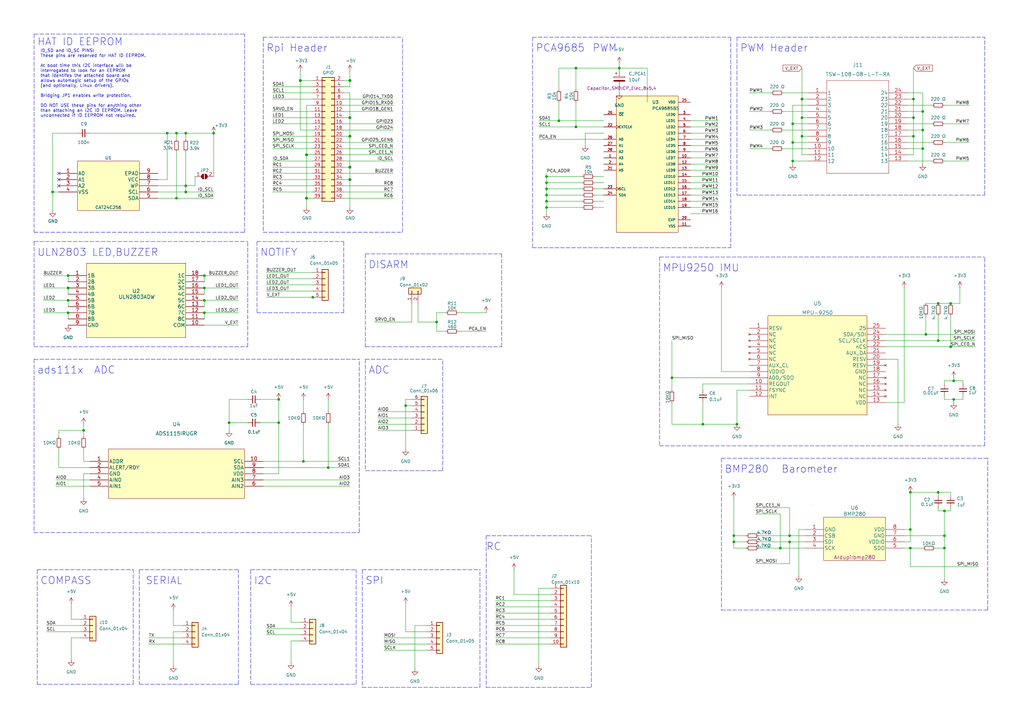
<source format=kicad_sch>
(kicad_sch (version 20211123) (generator eeschema)
  (paper "A3")
  (title_block (date "15 nov 2012"))
  (junction (at 325.12 66.04))
  (junction (at 114.3 173.355))
  (junction (at 87.63 54.61))
  (junction (at 300.99 222.25))
  (junction (at 389.89 124.46))
  (junction (at 325.12 50.8))
  (junction (at 143.51 33.02) (diameter 1.016))
  (junction (at 373.38 217.17))
  (junction (at 27.94 113.03))
  (junction (at 143.51 48.26) (diameter 1.016))
  (junction (at 328.93 48.26))
  (junction (at 391.16 163.83))
  (junction (at 374.65 55.88))
  (junction (at 83.82 128.27))
  (junction (at 323.85 222.25))
  (junction (at 384.81 124.46))
  (junction (at 328.93 40.64))
  (junction (at 134.62 191.77))
  (junction (at 389.89 142.24))
  (junction (at 275.59 154.94))
  (junction (at 236.22 52.07))
  (junction (at 34.29 176.53))
  (junction (at 224.155 74.93))
  (junction (at 114.3 163.83))
  (junction (at 166.37 166.37))
  (junction (at 224.155 85.09))
  (junction (at 72.39 81.28))
  (junction (at 374.65 48.26))
  (junction (at 325.12 58.42))
  (junction (at 125.73 81.28) (diameter 1.016))
  (junction (at 128.27 121.92))
  (junction (at 76.2 54.61))
  (junction (at 83.82 118.11))
  (junction (at 21.59 78.74))
  (junction (at 68.58 54.61))
  (junction (at 125.73 63.5) (diameter 1.016))
  (junction (at 254 27.94))
  (junction (at 224.155 72.39))
  (junction (at 224.155 80.01))
  (junction (at 387.35 219.71))
  (junction (at 72.39 54.61))
  (junction (at 302.26 173.99))
  (junction (at 143.51 73.66) (diameter 1.016))
  (junction (at 288.29 173.99))
  (junction (at 179.07 132.08))
  (junction (at 328.93 55.88))
  (junction (at 384.81 201.93))
  (junction (at 320.04 224.79))
  (junction (at 27.94 118.11))
  (junction (at 229.235 49.53))
  (junction (at 391.16 156.21))
  (junction (at 378.46 60.96))
  (junction (at 378.46 53.34))
  (junction (at 93.98 173.355))
  (junction (at 76.2 78.74))
  (junction (at 27.94 128.27))
  (junction (at 83.82 123.19))
  (junction (at 143.51 68.58) (diameter 1.016))
  (junction (at 378.46 45.72))
  (junction (at 374.65 40.64))
  (junction (at 143.51 55.88) (diameter 1.016))
  (junction (at 236.22 27.94))
  (junction (at 384.81 139.7))
  (junction (at 373.38 224.79))
  (junction (at 27.94 123.19))
  (junction (at 83.82 113.03))
  (junction (at 387.35 224.79))
  (junction (at 373.38 201.93))
  (junction (at 323.85 219.71))
  (junction (at 387.35 209.55))
  (junction (at 379.73 137.16))
  (junction (at 124.46 189.23))
  (junction (at 300.99 219.71))
  (junction (at 224.155 77.47))
  (junction (at 224.155 82.55))
  (junction (at 123.19 33.02) (diameter 1.016))
  (junction (at 76.2 76.2))
  (no_connect (at 24.13 71.12))
  (no_connect (at 24.13 73.66))
  (no_connect (at 24.13 76.2))
  (wire (pts (xy 384.81 201.93) (xy 389.89 201.93)))
  (wire (pts (xy 107.95 189.23) (xy 124.46 189.23)))
  (polyline (pts (xy 148.59 233.68) (xy 196.85 233.68)))
  (wire (pts (xy 125.73 63.5) (xy 125.73 81.28)))
  (wire (pts (xy 72.39 62.23) (xy 72.39 81.28)))
  (wire (pts (xy 60.96 261.62) (xy 74.93 261.62)))
  (wire (pts (xy 140.97 63.5) (xy 161.29 63.5)))
  (wire (pts (xy 378.46 60.96) (xy 378.46 67.31)))
  (wire (pts (xy 283.21 69.85) (xy 294.64 69.85)))
  (wire (pts (xy 179.07 132.08) (xy 179.07 128.27)))
  (wire (pts (xy 128.27 45.72) (xy 111.76 45.72)))
  (wire (pts (xy 140.97 78.74) (xy 161.29 78.74)))
  (wire (pts (xy 203.2 261.62) (xy 226.06 261.62)))
  (wire (pts (xy 254 26.035) (xy 254 27.94)))
  (wire (pts (xy 387.35 163.83) (xy 391.16 163.83)))
  (wire (pts (xy 374.65 55.88) (xy 374.65 63.5)))
  (wire (pts (xy 391.16 154.94) (xy 391.16 156.21)))
  (wire (pts (xy 220.98 52.07) (xy 236.22 52.07)))
  (wire (pts (xy 368.3 147.32) (xy 368.3 173.99)))
  (wire (pts (xy 168.91 176.53) (xy 154.94 176.53)))
  (wire (pts (xy 391.16 165.1) (xy 391.16 163.83)))
  (wire (pts (xy 243.84 80.01) (xy 247.65 80.01)))
  (wire (pts (xy 143.51 38.1) (xy 143.51 48.26)))
  (wire (pts (xy 143.51 55.88) (xy 140.97 55.88)))
  (wire (pts (xy 17.78 123.19) (xy 27.94 123.19)))
  (wire (pts (xy 76.2 54.61) (xy 87.63 54.61)))
  (wire (pts (xy 83.82 130.81) (xy 83.82 128.27)))
  (wire (pts (xy 321.31 45.72) (xy 331.47 45.72)))
  (polyline (pts (xy 199.39 219.71) (xy 199.39 281.94)))
  (wire (pts (xy 29.21 261.62) (xy 33.02 261.62)))
  (wire (pts (xy 389.89 203.2) (xy 389.89 201.93)))
  (wire (pts (xy 24.13 78.74) (xy 21.59 78.74)))
  (wire (pts (xy 283.21 52.07) (xy 294.64 52.07)))
  (wire (pts (xy 243.84 72.39) (xy 247.65 72.39)))
  (wire (pts (xy 325.12 66.04) (xy 331.47 66.04)))
  (wire (pts (xy 143.51 68.58) (xy 143.51 73.66)))
  (polyline (pts (xy 270.51 105.41) (xy 270.51 182.88)))
  (wire (pts (xy 379.73 129.54) (xy 379.73 137.16)))
  (wire (pts (xy 378.46 38.1) (xy 378.46 45.72)))
  (wire (pts (xy 236.22 41.91) (xy 236.22 52.07)))
  (wire (pts (xy 109.22 119.38) (xy 128.27 119.38)))
  (wire (pts (xy 24.13 176.53) (xy 34.29 176.53)))
  (wire (pts (xy 72.39 54.61) (xy 72.39 57.15)))
  (wire (pts (xy 229.235 36.83) (xy 229.235 27.94)))
  (wire (pts (xy 320.04 224.79) (xy 320.04 210.82)))
  (wire (pts (xy 34.29 173.99) (xy 34.29 176.53)))
  (wire (pts (xy 166.37 247.65) (xy 166.37 259.08)))
  (wire (pts (xy 325.12 58.42) (xy 325.12 66.04)))
  (wire (pts (xy 254 27.94) (xy 254 28.575)))
  (wire (pts (xy 236.22 52.07) (xy 247.65 52.07)))
  (wire (pts (xy 323.85 222.25) (xy 323.85 231.14)))
  (polyline (pts (xy 107.95 15.24) (xy 107.95 95.25)))
  (wire (pts (xy 224.155 82.55) (xy 238.76 82.55)))
  (wire (pts (xy 309.88 210.82) (xy 320.04 210.82)))
  (wire (pts (xy 397.51 43.18) (xy 387.35 43.18)))
  (wire (pts (xy 203.2 264.16) (xy 226.06 264.16)))
  (wire (pts (xy 33.02 254) (xy 29.21 254)))
  (wire (pts (xy 72.39 81.28) (xy 87.63 81.28)))
  (wire (pts (xy 83.82 113.03) (xy 97.79 113.03)))
  (wire (pts (xy 34.29 194.31) (xy 34.29 204.47)))
  (wire (pts (xy 24.13 191.77) (xy 24.13 184.15)))
  (polyline (pts (xy 101.6 142.24) (xy 101.6 99.06)))
  (wire (pts (xy 107.95 194.31) (xy 114.3 194.31)))
  (wire (pts (xy 19.05 256.54) (xy 33.02 256.54)))
  (wire (pts (xy 307.34 160.02) (xy 302.26 160.02)))
  (wire (pts (xy 34.29 194.31) (xy 36.83 194.31)))
  (wire (pts (xy 157.48 266.7) (xy 175.26 266.7)))
  (wire (pts (xy 19.05 259.08) (xy 33.02 259.08)))
  (wire (pts (xy 283.21 72.39) (xy 294.64 72.39)))
  (wire (pts (xy 143.51 55.88) (xy 143.51 68.58)))
  (wire (pts (xy 203.2 259.08) (xy 226.06 259.08)))
  (wire (pts (xy 27.94 115.57) (xy 27.94 113.03)))
  (wire (pts (xy 397.5203 58.42) (xy 387.35 58.42)))
  (wire (pts (xy 22.86 199.39) (xy 36.83 199.39)))
  (wire (pts (xy 309.88 231.14) (xy 323.85 231.14)))
  (wire (pts (xy 265.43 27.94) (xy 265.43 41.91)))
  (polyline (pts (xy 105.41 99.06) (xy 140.97 99.06)))
  (wire (pts (xy 140.97 40.64) (xy 161.29 40.64)))
  (wire (pts (xy 171.45 132.08) (xy 179.07 132.08)))
  (wire (pts (xy 384.81 208.28) (xy 384.81 209.55)))
  (polyline (pts (xy 107.95 95.25) (xy 165.1 95.25)))
  (polyline (pts (xy 149.86 104.14) (xy 149.86 142.24)))
  (wire (pts (xy 125.73 43.18) (xy 125.73 63.5)))
  (polyline (pts (xy 57.15 280.67) (xy 97.79 280.67)))
  (polyline (pts (xy 295.91 187.96) (xy 295.91 250.19)))
  (wire (pts (xy 203.2 248.92) (xy 226.06 248.92)))
  (wire (pts (xy 389.89 209.55) (xy 389.89 208.28)))
  (wire (pts (xy 224.155 82.55) (xy 224.155 85.09)))
  (wire (pts (xy 311.15 219.71) (xy 323.85 219.71)))
  (polyline (pts (xy 270.51 105.41) (xy 403.86 105.41)))
  (polyline (pts (xy 54.61 280.67) (xy 54.61 233.68)))
  (wire (pts (xy 179.07 128.27) (xy 182.88 128.27)))
  (wire (pts (xy 307.34 45.72) (xy 316.23 45.72)))
  (wire (pts (xy 72.39 54.61) (xy 76.2 54.61)))
  (wire (pts (xy 387.35 209.55) (xy 387.35 219.71)))
  (wire (pts (xy 119.38 262.89) (xy 123.19 262.89)))
  (wire (pts (xy 382.27 43.18) (xy 372.11 43.18)))
  (wire (pts (xy 125.73 43.18) (xy 128.27 43.18)))
  (wire (pts (xy 370.84 219.71) (xy 387.35 219.71)))
  (wire (pts (xy 168.91 171.45) (xy 154.94 171.45)))
  (wire (pts (xy 124.46 189.23) (xy 143.51 189.23)))
  (wire (pts (xy 140.97 60.96) (xy 161.29 60.96)))
  (wire (pts (xy 83.82 115.57) (xy 83.82 113.03)))
  (wire (pts (xy 187.96 128.27) (xy 199.39 128.27)))
  (wire (pts (xy 243.84 77.47) (xy 247.65 77.47)))
  (polyline (pts (xy 199.39 219.71) (xy 242.57 219.71)))
  (wire (pts (xy 394.97 162.56) (xy 394.97 163.83)))
  (polyline (pts (xy 13.97 95.25) (xy 100.33 95.25)))
  (wire (pts (xy 128.27 66.04) (xy 111.76 66.04)))
  (wire (pts (xy 111.76 68.58) (xy 128.27 68.58)))
  (polyline (pts (xy 295.91 187.96) (xy 405.13 187.96)))
  (wire (pts (xy 83.82 125.73) (xy 83.82 123.19)))
  (wire (pts (xy 382.27 58.42) (xy 372.11 58.42)))
  (wire (pts (xy 370.84 222.25) (xy 373.38 222.25)))
  (wire (pts (xy 140.97 76.2) (xy 161.29 76.2)))
  (wire (pts (xy 309.88 208.28) (xy 323.85 208.28)))
  (wire (pts (xy 372.11 55.88) (xy 374.65 55.88)))
  (wire (pts (xy 283.21 77.47) (xy 294.64 77.47)))
  (wire (pts (xy 187.96 135.89) (xy 199.39 135.89)))
  (wire (pts (xy 275.59 173.99) (xy 288.29 173.99)))
  (polyline (pts (xy 15.24 233.68) (xy 54.61 233.68)))
  (wire (pts (xy 17.78 128.27) (xy 27.94 128.27)))
  (wire (pts (xy 236.22 36.83) (xy 236.22 27.94)))
  (polyline (pts (xy 13.97 13.97) (xy 100.33 13.97)))
  (wire (pts (xy 311.15 222.25) (xy 323.85 222.25)))
  (wire (pts (xy 224.155 77.47) (xy 238.76 77.47)))
  (wire (pts (xy 64.77 78.74) (xy 76.2 78.74)))
  (wire (pts (xy 374.65 40.64) (xy 374.65 48.26)))
  (wire (pts (xy 283.21 64.77) (xy 294.64 64.77)))
  (wire (pts (xy 109.22 116.84) (xy 128.27 116.84)))
  (wire (pts (xy 394.97 163.83) (xy 391.16 163.83)))
  (wire (pts (xy 378.46 45.72) (xy 378.46 53.34)))
  (wire (pts (xy 125.73 63.5) (xy 128.27 63.5)))
  (wire (pts (xy 323.85 208.28) (xy 323.85 219.71)))
  (wire (pts (xy 393.7 118.11) (xy 393.7 124.46)))
  (wire (pts (xy 60.96 264.16) (xy 74.93 264.16)))
  (wire (pts (xy 93.98 173.355) (xy 101.6 173.355)))
  (wire (pts (xy 370.84 217.17) (xy 373.38 217.17)))
  (polyline (pts (xy 149.86 193.04) (xy 181.61 193.04)))
  (wire (pts (xy 379.73 124.46) (xy 384.81 124.46)))
  (wire (pts (xy 170.18 256.54) (xy 170.18 274.32)))
  (wire (pts (xy 140.97 50.8) (xy 161.29 50.8)))
  (wire (pts (xy 17.78 118.11) (xy 27.94 118.11)))
  (wire (pts (xy 76.2 76.2) (xy 76.2 78.74)))
  (wire (pts (xy 325.12 50.8) (xy 325.12 58.42)))
  (wire (pts (xy 21.59 54.61) (xy 21.59 78.74)))
  (wire (pts (xy 288.29 173.99) (xy 302.26 173.99)))
  (wire (pts (xy 224.155 85.09) (xy 238.76 85.09)))
  (wire (pts (xy 203.2 256.54) (xy 226.06 256.54)))
  (wire (pts (xy 64.77 76.2) (xy 76.2 76.2)))
  (wire (pts (xy 71.12 259.08) (xy 71.12 273.05)))
  (polyline (pts (xy 148.59 233.68) (xy 148.59 281.94)))
  (wire (pts (xy 101.6 163.83) (xy 93.98 163.83)))
  (polyline (pts (xy 97.79 280.67) (xy 97.79 233.68)))
  (polyline (pts (xy 100.33 95.25) (xy 100.33 13.97)))
  (polyline (pts (xy 13.97 142.24) (xy 101.6 142.24)))
  (wire (pts (xy 125.73 81.28) (xy 125.73 85.09)))
  (wire (pts (xy 111.76 48.26) (xy 128.27 48.26)))
  (wire (pts (xy 397.5203 50.8) (xy 387.35 50.8)))
  (wire (pts (xy 328.93 48.26) (xy 328.93 55.88)))
  (wire (pts (xy 36.83 54.61) (xy 68.58 54.61)))
  (polyline (pts (xy 57.15 233.68) (xy 57.15 280.67)))
  (polyline (pts (xy 13.97 99.06) (xy 13.97 142.24)))
  (polyline (pts (xy 218.44 15.24) (xy 218.44 101.6)))
  (wire (pts (xy 64.77 73.66) (xy 68.58 73.66)))
  (wire (pts (xy 123.19 29.21) (xy 123.19 33.02)))
  (wire (pts (xy 34.29 189.23) (xy 36.83 189.23)))
  (wire (pts (xy 224.155 74.93) (xy 238.76 74.93)))
  (wire (pts (xy 374.65 48.26) (xy 374.65 55.88)))
  (wire (pts (xy 240.03 54.61) (xy 240.03 59.69)))
  (wire (pts (xy 109.22 111.76) (xy 128.27 111.76)))
  (wire (pts (xy 119.38 248.92) (xy 119.38 255.27)))
  (polyline (pts (xy 140.97 128.27) (xy 140.97 99.06)))
  (wire (pts (xy 283.21 82.55) (xy 294.64 82.55)))
  (wire (pts (xy 295.91 118.11) (xy 295.91 152.4)))
  (polyline (pts (xy 13.97 99.06) (xy 101.6 99.06)))
  (polyline (pts (xy 199.39 281.94) (xy 242.57 281.94)))
  (wire (pts (xy 372.11 40.64) (xy 374.65 40.64)))
  (wire (pts (xy 275.59 139.7) (xy 275.59 154.94)))
  (wire (pts (xy 370.84 165.1) (xy 370.84 118.11)))
  (wire (pts (xy 220.98 49.53) (xy 229.235 49.53)))
  (wire (pts (xy 224.155 71.12) (xy 224.155 72.39)))
  (wire (pts (xy 24.13 176.53) (xy 24.13 179.07)))
  (wire (pts (xy 143.51 73.66) (xy 140.97 73.66)))
  (wire (pts (xy 283.21 74.93) (xy 294.64 74.93)))
  (wire (pts (xy 68.58 54.61) (xy 72.39 54.61)))
  (polyline (pts (xy 302.26 15.24) (xy 403.86 15.24)))
  (wire (pts (xy 373.38 224.79) (xy 373.38 232.41)))
  (wire (pts (xy 134.62 191.77) (xy 134.62 173.99)))
  (wire (pts (xy 114.3 173.355) (xy 114.3 194.31)))
  (wire (pts (xy 111.76 38.1) (xy 128.27 38.1)))
  (wire (pts (xy 384.81 201.93) (xy 384.81 203.2)))
  (wire (pts (xy 325.12 58.42) (xy 331.47 58.42)))
  (wire (pts (xy 283.21 87.63) (xy 294.64 87.63)))
  (wire (pts (xy 74.93 256.54) (xy 71.12 256.54)))
  (wire (pts (xy 302.26 160.02) (xy 302.26 173.99)))
  (wire (pts (xy 243.84 74.93) (xy 247.65 74.93)))
  (wire (pts (xy 111.76 60.96) (xy 128.27 60.96)))
  (polyline (pts (xy 149.86 147.32) (xy 149.86 193.04)))
  (polyline (pts (xy 218.44 101.6) (xy 299.72 101.6)))
  (wire (pts (xy 300.99 204.47) (xy 300.99 219.71)))
  (wire (pts (xy 384.81 129.54) (xy 384.81 139.7)))
  (wire (pts (xy 107.95 199.39) (xy 143.51 199.39)))
  (wire (pts (xy 328.93 27.94) (xy 328.93 40.64)))
  (wire (pts (xy 123.19 53.34) (xy 128.27 53.34)))
  (wire (pts (xy 106.68 173.355) (xy 114.3 173.355)))
  (polyline (pts (xy 403.86 182.88) (xy 403.86 105.41)))
  (wire (pts (xy 391.16 156.21) (xy 394.97 156.21)))
  (wire (pts (xy 74.93 259.08) (xy 71.12 259.08)))
  (wire (pts (xy 80.01 76.2) (xy 80.01 72.39)))
  (wire (pts (xy 325.12 50.8) (xy 331.47 50.8)))
  (wire (pts (xy 128.27 35.56) (xy 111.76 35.56)))
  (wire (pts (xy 93.98 173.355) (xy 93.98 176.53)))
  (wire (pts (xy 168.91 173.99) (xy 154.94 173.99)))
  (wire (pts (xy 224.155 77.47) (xy 224.155 80.01)))
  (wire (pts (xy 363.22 142.24) (xy 389.89 142.24)))
  (wire (pts (xy 373.38 201.93) (xy 373.38 217.17)))
  (wire (pts (xy 210.82 233.68) (xy 210.82 243.84)))
  (wire (pts (xy 372.11 38.1) (xy 378.46 38.1)))
  (wire (pts (xy 109.22 260.35) (xy 123.19 260.35)))
  (wire (pts (xy 306.07 222.25) (xy 300.99 222.25)))
  (wire (pts (xy 143.51 33.02) (xy 143.51 35.56)))
  (polyline (pts (xy 403.86 80.01) (xy 403.86 15.24)))
  (polyline (pts (xy 295.91 250.19) (xy 405.13 250.19)))
  (wire (pts (xy 143.51 48.26) (xy 143.51 55.88)))
  (wire (pts (xy 229.235 41.91) (xy 229.235 49.53)))
  (wire (pts (xy 140.97 45.72) (xy 161.29 45.72)))
  (polyline (pts (xy 148.59 281.94) (xy 196.85 281.94)))
  (wire (pts (xy 143.51 48.26) (xy 140.97 48.26)))
  (wire (pts (xy 68.58 54.61) (xy 68.58 73.66)))
  (wire (pts (xy 327.66 217.17) (xy 327.66 236.22)))
  (wire (pts (xy 179.07 132.08) (xy 179.07 135.89)))
  (wire (pts (xy 224.155 85.09) (xy 224.155 87.63)))
  (polyline (pts (xy 181.61 193.04) (xy 181.61 147.32)))
  (wire (pts (xy 124.46 163.83) (xy 124.46 168.91)))
  (wire (pts (xy 143.51 29.21) (xy 143.51 33.02)))
  (wire (pts (xy 283.21 49.53) (xy 294.64 49.53)))
  (wire (pts (xy 34.29 176.53) (xy 34.29 179.07)))
  (wire (pts (xy 128.27 121.92) (xy 128.3992 121.92)))
  (wire (pts (xy 111.76 40.64) (xy 128.27 40.64)))
  (polyline (pts (xy 149.86 147.32) (xy 181.61 147.32)))
  (wire (pts (xy 143.51 33.02) (xy 140.97 33.02)))
  (wire (pts (xy 27.94 120.65) (xy 27.94 118.11)))
  (wire (pts (xy 123.19 33.02) (xy 123.19 53.34)))
  (wire (pts (xy 168.91 166.37) (xy 166.37 166.37)))
  (wire (pts (xy 140.97 53.34) (xy 161.29 53.34)))
  (wire (pts (xy 140.97 43.18) (xy 161.29 43.18)))
  (wire (pts (xy 288.29 165.1) (xy 288.29 173.99)))
  (wire (pts (xy 283.21 85.09) (xy 294.64 85.09)))
  (wire (pts (xy 370.84 224.79) (xy 373.38 224.79)))
  (wire (pts (xy 254 27.94) (xy 265.43 27.94)))
  (wire (pts (xy 387.35 224.79) (xy 387.35 237.49)))
  (wire (pts (xy 107.95 191.77) (xy 134.62 191.77)))
  (wire (pts (xy 331.47 40.64) (xy 328.93 40.64)))
  (wire (pts (xy 283.21 57.15) (xy 294.64 57.15)))
  (wire (pts (xy 109.3492 121.92) (xy 128.27 121.92)))
  (wire (pts (xy 307.34 53.34) (xy 316.23 53.34)))
  (wire (pts (xy 320.04 224.79) (xy 330.2 224.79)))
  (wire (pts (xy 175.26 256.54) (xy 170.18 256.54)))
  (wire (pts (xy 389.89 129.54) (xy 389.89 142.24)))
  (wire (pts (xy 168.91 168.91) (xy 154.94 168.91)))
  (wire (pts (xy 384.81 139.7) (xy 400.05 139.7)))
  (polyline (pts (xy 302.26 15.24) (xy 302.26 80.01)))
  (polyline (pts (xy 15.24 233.68) (xy 15.24 280.67)))
  (wire (pts (xy 111.76 50.8) (xy 128.27 50.8)))
  (wire (pts (xy 275.59 165.1) (xy 275.59 173.99)))
  (wire (pts (xy 382.27 50.8) (xy 372.11 50.8)))
  (wire (pts (xy 111.76 58.42) (xy 128.27 58.42)))
  (wire (pts (xy 224.155 72.39) (xy 238.76 72.39)))
  (wire (pts (xy 389.89 142.24) (xy 400.05 142.24)))
  (wire (pts (xy 387.35 219.71) (xy 387.35 224.79)))
  (wire (pts (xy 76.2 62.23) (xy 76.2 76.2)))
  (polyline (pts (xy 147.32 218.44) (xy 147.32 147.32)))
  (wire (pts (xy 374.65 27.94) (xy 374.65 40.64)))
  (wire (pts (xy 328.93 40.64) (xy 328.93 48.26)))
  (wire (pts (xy 325.12 67.31) (xy 325.12 66.04)))
  (polyline (pts (xy 149.86 104.14) (xy 205.74 104.14)))
  (wire (pts (xy 243.84 82.55) (xy 247.65 82.55)))
  (polyline (pts (xy 105.41 99.06) (xy 105.41 128.27)))
  (wire (pts (xy 300.99 219.71) (xy 306.07 219.71)))
  (wire (pts (xy 236.22 27.94) (xy 254 27.94)))
  (wire (pts (xy 140.97 58.42) (xy 161.29 58.42)))
  (wire (pts (xy 21.59 78.74) (xy 21.59 86.36)))
  (wire (pts (xy 22.86 196.85) (xy 36.83 196.85)))
  (wire (pts (xy 109.22 114.3) (xy 128.27 114.3)))
  (wire (pts (xy 140.97 81.28) (xy 161.29 81.28)))
  (wire (pts (xy 106.68 163.83) (xy 114.3 163.83)))
  (wire (pts (xy 328.93 63.5) (xy 331.47 63.5)))
  (wire (pts (xy 111.76 71.12) (xy 128.27 71.12)))
  (wire (pts (xy 275.59 154.94) (xy 307.34 154.94)))
  (wire (pts (xy 134.62 163.83) (xy 134.62 168.91)))
  (wire (pts (xy 27.94 130.81) (xy 27.94 128.27)))
  (wire (pts (xy 64.77 81.28) (xy 72.39 81.28)))
  (wire (pts (xy 143.51 35.56) (xy 140.97 35.56)))
  (wire (pts (xy 203.2 246.38) (xy 226.06 246.38)))
  (polyline (pts (xy 105.41 128.27) (xy 140.97 128.27)))
  (wire (pts (xy 328.93 48.26) (xy 331.47 48.26)))
  (wire (pts (xy 157.48 261.62) (xy 175.26 261.62)))
  (polyline (pts (xy 242.57 281.94) (xy 242.57 219.71)))
  (wire (pts (xy 328.93 55.88) (xy 328.93 63.5)))
  (wire (pts (xy 321.31 38.1) (xy 331.47 38.1)))
  (polyline (pts (xy 146.05 280.67) (xy 146.05 233.68)))
  (wire (pts (xy 394.97 156.21) (xy 394.97 157.48)))
  (wire (pts (xy 203.2 251.46) (xy 226.06 251.46)))
  (wire (pts (xy 387.35 209.55) (xy 389.89 209.55)))
  (wire (pts (xy 325.12 43.18) (xy 325.12 50.8)))
  (wire (pts (xy 93.98 163.83) (xy 93.98 173.355)))
  (polyline (pts (xy 102.87 280.67) (xy 146.05 280.67)))
  (wire (pts (xy 363.22 137.16) (xy 379.73 137.16)))
  (wire (pts (xy 111.76 76.2) (xy 128.27 76.2)))
  (wire (pts (xy 372.11 60.96) (xy 378.46 60.96)))
  (wire (pts (xy 224.155 80.01) (xy 238.76 80.01)))
  (wire (pts (xy 24.13 191.77) (xy 36.83 191.77)))
  (polyline (pts (xy 196.85 281.94) (xy 196.85 233.68)))
  (wire (pts (xy 379.73 137.16) (xy 400.05 137.16)))
  (wire (pts (xy 87.63 54.61) (xy 87.63 72.39)))
  (wire (pts (xy 321.31 60.96) (xy 331.47 60.96)))
  (wire (pts (xy 134.62 191.77) (xy 143.51 191.77)))
  (wire (pts (xy 140.97 71.12) (xy 161.29 71.12)))
  (wire (pts (xy 203.2 254) (xy 226.06 254)))
  (wire (pts (xy 83.82 118.11) (xy 97.79 118.11)))
  (wire (pts (xy 226.06 243.84) (xy 210.82 243.84)))
  (wire (pts (xy 229.235 49.53) (xy 247.65 49.53)))
  (wire (pts (xy 372.11 48.26) (xy 374.65 48.26)))
  (wire (pts (xy 168.91 163.83) (xy 166.37 163.83)))
  (wire (pts (xy 125.73 81.28) (xy 128.27 81.28)))
  (wire (pts (xy 109.22 257.81) (xy 123.19 257.81)))
  (polyline (pts (xy 107.95 15.24) (xy 165.1 15.24)))
  (wire (pts (xy 323.85 222.25) (xy 330.2 222.25)))
  (wire (pts (xy 124.46 189.23) (xy 124.46 173.99)))
  (polyline (pts (xy 405.13 250.19) (xy 405.13 187.96)))
  (polyline (pts (xy 15.24 280.67) (xy 54.61 280.67)))
  (wire (pts (xy 157.48 264.16) (xy 175.26 264.16)))
  (wire (pts (xy 387.35 162.56) (xy 387.35 163.83)))
  (wire (pts (xy 27.94 125.73) (xy 27.94 123.19)))
  (wire (pts (xy 83.82 133.35) (xy 97.79 133.35)))
  (wire (pts (xy 307.34 60.96) (xy 316.23 60.96)))
  (wire (pts (xy 76.2 54.61) (xy 76.2 57.15)))
  (wire (pts (xy 387.35 157.48) (xy 387.35 156.21)))
  (polyline (pts (xy 218.44 15.24) (xy 299.72 15.24)))
  (polyline (pts (xy 102.87 233.68) (xy 146.05 233.68)))
  (wire (pts (xy 143.51 38.1) (xy 140.97 38.1)))
  (polyline (pts (xy 165.1 95.25) (xy 165.1 15.24)))
  (wire (pts (xy 384.81 209.55) (xy 387.35 209.55)))
  (wire (pts (xy 283.21 59.69) (xy 294.64 59.69)))
  (polyline (pts (xy 302.26 80.01) (xy 403.86 80.01)))
  (wire (pts (xy 29.21 261.62) (xy 29.21 270.51)))
  (wire (pts (xy 111.76 78.74) (xy 128.27 78.74)))
  (wire (pts (xy 283.21 54.61) (xy 294.64 54.61)))
  (wire (pts (xy 300.99 224.79) (xy 300.99 222.25)))
  (wire (pts (xy 330.2 217.17) (xy 327.66 217.17)))
  (wire (pts (xy 166.37 166.37) (xy 166.37 184.15)))
  (wire (pts (xy 153.67 132.08) (xy 168.91 132.08)))
  (wire (pts (xy 373.38 201.93) (xy 384.81 201.93)))
  (wire (pts (xy 220.98 57.15) (xy 247.65 57.15)))
  (polyline (pts (xy 13.97 218.44) (xy 147.32 218.44)))
  (wire (pts (xy 363.22 147.32) (xy 368.3 147.32)))
  (wire (pts (xy 224.155 74.93) (xy 224.155 77.47)))
  (wire (pts (xy 372.11 45.72) (xy 378.46 45.72)))
  (wire (pts (xy 254 36.195) (xy 254 38.1)))
  (wire (pts (xy 224.155 80.01) (xy 224.155 82.55)))
  (wire (pts (xy 83.82 128.27) (xy 97.79 128.27)))
  (wire (pts (xy 328.93 55.88) (xy 331.47 55.88)))
  (wire (pts (xy 373.38 224.79) (xy 378.46 224.79)))
  (wire (pts (xy 331.47 43.18) (xy 325.12 43.18)))
  (wire (pts (xy 29.21 247.65) (xy 29.21 254)))
  (wire (pts (xy 220.98 241.3) (xy 220.98 273.05)))
  (wire (pts (xy 247.65 54.61) (xy 240.03 54.61)))
  (wire (pts (xy 114.3 163.83) (xy 114.3 173.355)))
  (wire (pts (xy 387.35 156.21) (xy 391.16 156.21)))
  (wire (pts (xy 83.82 123.19) (xy 97.79 123.19)))
  (wire (pts (xy 307.34 38.1) (xy 316.23 38.1)))
  (polyline (pts (xy 57.15 233.68) (xy 97.79 233.68)))
  (polyline (pts (xy 270.51 182.88) (xy 403.86 182.88)))
  (wire (pts (xy 363.22 139.7) (xy 384.81 139.7)))
  (wire (pts (xy 123.19 255.27) (xy 119.38 255.27)))
  (polyline (pts (xy 13.97 13.97) (xy 13.97 95.25)))
  (polyline (pts (xy 149.86 142.24) (xy 205.74 142.24)))
  (wire (pts (xy 384.81 124.46) (xy 389.89 124.46)))
  (wire (pts (xy 321.31 53.34) (xy 331.47 53.34)))
  (wire (pts (xy 179.07 135.89) (xy 182.88 135.89)))
  (wire (pts (xy 307.34 152.4) (xy 295.91 152.4)))
  (wire (pts (xy 363.22 165.1) (xy 370.84 165.1)))
  (wire (pts (xy 397.5203 66.04) (xy 387.35 66.04)))
  (wire (pts (xy 17.78 113.03) (xy 27.94 113.03)))
  (wire (pts (xy 175.26 259.08) (xy 166.37 259.08)))
  (wire (pts (xy 143.51 73.66) (xy 143.51 85.09)))
  (wire (pts (xy 383.54 224.79) (xy 387.35 224.79)))
  (wire (pts (xy 128.27 73.66) (xy 111.76 73.66)))
  (polyline (pts (xy 13.97 147.32) (xy 13.97 218.44)))
  (polyline (pts (xy 299.72 101.6) (xy 299.72 15.24)))
  (wire (pts (xy 31.75 54.61) (xy 21.59 54.61)))
  (wire (pts (xy 76.2 76.2) (xy 80.01 76.2)))
  (wire (pts (xy 323.85 219.71) (xy 330.2 219.71)))
  (wire (pts (xy 393.7 124.46) (xy 389.89 124.46)))
  (wire (pts (xy 275.59 154.94) (xy 275.59 160.02)))
  (wire (pts (xy 306.07 224.79) (xy 300.99 224.79)))
  (polyline (pts (xy 205.74 142.24) (xy 205.74 104.14)))
  (wire (pts (xy 229.235 27.94) (xy 236.22 27.94)))
  (wire (pts (xy 168.91 124.46) (xy 168.91 132.08)))
  (wire (pts (xy 34.29 184.15) (xy 34.29 189.23)))
  (wire (pts (xy 119.38 262.89) (xy 119.38 271.78)))
  (wire (pts (xy 143.51 68.58) (xy 140.97 68.58)))
  (wire (pts (xy 224.155 72.39) (xy 224.155 74.93)))
  (wire (pts (xy 283.21 62.23) (xy 294.64 62.23)))
  (wire (pts (xy 83.82 120.65) (xy 83.82 118.11)))
  (wire (pts (xy 311.15 224.79) (xy 320.04 224.79)))
  (wire (pts (xy 288.29 157.48) (xy 288.29 160.02)))
  (wire (pts (xy 123.19 33.02) (xy 128.27 33.02)))
  (wire (pts (xy 300.99 222.25) (xy 300.99 219.71)))
  (wire (pts (xy 372.11 63.5) (xy 374.65 63.5)))
  (wire (pts (xy 283.21 80.01) (xy 294.64 80.01)))
  (wire (pts (xy 71.12 250.19) (xy 71.12 256.54)))
  (polyline (pts (xy 102.87 233.68) (xy 102.87 280.67)))
  (wire (pts (xy 76.2 78.74) (xy 87.63 78.74)))
  (wire (pts (xy 107.95 196.85) (xy 143.51 196.85)))
  (wire (pts (xy 307.34 157.48) (xy 288.29 157.48)))
  (wire (pts (xy 171.45 124.46) (xy 171.45 132.08)))
  (wire (pts (xy 283.21 67.31) (xy 294.64 67.31)))
  (wire (pts (xy 372.11 66.04) (xy 382.27 66.04)))
  (polyline (pts (xy 13.97 147.32) (xy 147.32 147.32)))
  (wire (pts (xy 378.46 53.34) (xy 378.46 60.96)))
  (wire (pts (xy 373.38 232.41) (xy 401.32 232.41)))
  (wire (pts (xy 372.11 53.34) (xy 378.46 53.34)))
  (wire (pts (xy 226.06 241.3) (xy 220.98 241.3)))
  (wire (pts (xy 373.38 217.17) (xy 373.38 222.25)))
  (wire (pts (xy 128.27 55.88) (xy 111.76 55.88)))
  (wire (pts (xy 140.97 66.04) (xy 161.29 66.04)))
  (wire (pts (xy 243.84 85.09) (xy 247.65 85.09)))
  (wire (pts (xy 166.37 166.37) (xy 166.37 163.83)))
  (image (at 49.53 -36.83))
  (text "BMP280	Barometer" (at 297.18 194.31 0) (effects (font (size 3 3)) (justify left bottom)))
  (text "PWM Header" (at 303.53 21.59 0) (effects (font (size 3 3)) (justify left bottom)))
  (text "MPU9250	IMU" (at 271.78 111.76 0) (effects (font (size 3 3)) (justify left bottom)))
  (text "SERIAL\n" (at 59.69 240.03 0) (effects (font (size 3 3)) (justify left bottom)))
  (text "ADC" (at 151.13 153.67 0) (effects (font (size 3 3)) (justify left bottom)))
  (text "ads111x	ADC" (at 15.24 153.67 0) (effects (font (size 3 3)) (justify left bottom)))
  (text "SPI\n" (at 149.86 240.03 0) (effects (font (size 3 3)) (justify left bottom)))
  (text "COMPASS\n" (at 16.51 240.03 0) (effects (font (size 3 3)) (justify left bottom)))
  (text "RC" (at 199.39 226.06 0) (effects (font (size 3 3)) (justify left bottom)))
  (text "ID_SD and ID_SC PINS:\nThese pins are reserved for HAT ID EEPROM.\n\nAt boot time this I2C interface will be\ninterrogated to look for an EEPROM\nthat identifes the attached board and\nallows automagic setup of the GPIOs\n(and optionally, Linux drivers).\n\nBridging JP1 enables write protection.\n\nDO NOT USE these pins for anything other\nthan attaching an I2C ID EEPROM. Leave\nunconnected if ID EEPROM not required." (at 16.51 48.26 0) (effects (font (size 1.27 1.27)) (justify left bottom)))
  (text "Rpi Header" (at 109.22 21.59 0) (effects (font (size 3 3)) (justify left bottom)))
  (text "ULN2803 LED,BUZZER" (at 15.24 105.41 0) (effects (font (size 3 3)) (justify left bottom)))
  (text "PCA9685	PWM" (at 219.71 21.59 0) (effects (font (size 3 3)) (justify left bottom)))
  (text "DISARM" (at 151.13 110.49 0) (effects (font (size 3 3)) (justify left bottom)))
  (text "NOTIFY" (at 106.68 105.41 0) (effects (font (size 3 3)) (justify left bottom)))
  (text "HAT ID EEPROM\n" (at 15.24 19.05 0) (effects (font (size 3 3)) (justify left bottom)))
  (text "I2C\n" (at 104.14 240.03 0) (effects (font (size 3 3)) (justify left bottom)))
  (label "RC4" (at 203.2 254 0))
  (label "PCA_ADDR" (at 224.155 71.12 0))
  (label "MOSI" (at 157.48 261.62 0))
  (label "PWM4" (at 294.64 57.15 180))
  (label "PWM2" (at 307.34 45.72 0))
  (label "AIO3" (at 143.51 196.85 180))
  (label "SPI_MISO" (at 401.32 232.41 180))
  (label "BUZZER" (at 161.29 71.12 180))
  (label "RC6" (at 203.2 259.08 0))
  (label "SPI_CE1_N" (at 161.29 63.5 180))
  (label "RC1" (at 203.2 246.38 0))
  (label "RC5" (at 111.76 78.74 0))
  (label "ID_SDA" (at 111.76 66.04 0))
  (label "AIO1" (at 154.94 171.45 0))
  (label "LED3_OUT" (at 109.22 119.38 0))
  (label "SPI_SCLK" (at 400.05 139.7 180))
  (label "PWM10" (at 294.64 72.39 180))
  (label "PWM4" (at 307.34 60.96 0))
  (label "BUZZER_OUT" (at 109.22 111.76 0))
  (label "LED1" (at 17.78 118.11 0))
  (label "LED1_OUT" (at 97.79 118.11 180))
  (label "SCLK" (at 157.48 266.7 0))
  (label "LED2_OUT" (at 97.79 123.19 180))
  (label "LED2" (at 111.76 50.8 0))
  (label "GPIO24" (at 161.29 53.34 180))
  (label "SDA1" (at 220.98 49.53 0))
  (label "ID_SCL" (at 87.63 78.74 180))
  (label "RC4" (at 111.76 76.2 0))
  (label "PWM13" (at 294.64 80.01 180))
  (label "AIO0" (at 22.86 196.85 0))
  (label "SCL" (at 19.05 259.08 0))
  (label "PWM11" (at 294.64 74.93 180))
  (label "PWM8" (at 294.64 67.31 180))
  (label "LED2" (at 17.78 123.19 0))
  (label "ID_SCL" (at 161.29 66.04 180))
  (label "RC8" (at 161.29 76.2 180))
  (label "SPI_MOSI" (at 309.88 231.14 0))
  (label "AIO2" (at 143.51 199.39 180))
  (label "SPI_MOSI" (at 400.05 137.16 180))
  (label "PWM5" (at 294.64 59.69 180))
  (label "SCL1" (at 220.98 52.07 0))
  (label "PWM14" (at 294.64 82.55 180))
  (label "TX" (at 60.96 261.62 0))
  (label "SRVO_EN" (at 153.67 132.08 0))
  (label "SPI_CE0_N" (at 400.05 142.24 180))
  (label "RX" (at 60.96 264.16 0))
  (label "RC5" (at 203.2 256.54 0))
  (label "GPIO14_TXD0" (at 161.29 40.64 180))
  (label "ID_SDA" (at 87.63 81.28 180))
  (label "GPIO23" (at 161.29 50.8 180))
  (label "V_EXT" (at 97.79 133.35 180))
  (label "PWM6" (at 294.64 62.23 180))
  (label "MISO" (at 157.48 264.16 0))
  (label "PWM1" (at 294.64 49.53 180))
  (label "RC7" (at 161.29 78.74 180))
  (label "PWM16" (at 294.64 87.63 180))
  (label "SPI_SCLK" (at 111.76 60.96 0))
  (label "SPI_MISO" (at 275.59 139.7 0))
  (label "RC1" (at 111.76 68.58 0))
  (label "SPI_CE1_N" (at 309.88 208.28 0))
  (label "SDA1" (at 111.76 35.56 0))
  (label "AIO2" (at 154.94 173.99 0))
  (label "PCA_EN" (at 199.39 135.89 180))
  (label "AIO0" (at 154.94 168.91 0))
  (label "PWM8" (at 397.51 43.18 180))
  (label "V_EXT" (at 109.3492 121.92 0))
  (label "PWM3" (at 307.34 53.34 0))
  (label "SPI_SCLK" (at 309.88 210.82 0))
  (label "AIO3" (at 154.94 176.53 0))
  (label "LED3_OUT" (at 97.79 128.27 180))
  (label "RC7" (at 203.2 261.62 0))
  (label "BUZZER" (at 17.78 113.03 0))
  (label "SCL1" (at 143.51 189.23 180))
  (label "SDA1" (at 143.51 191.77 180))
  (label "PWM15" (at 294.64 85.09 180))
  (label "AIO1" (at 22.86 199.39 0))
  (label "GPIO15_RXD0" (at 161.29 43.18 180))
  (label "GPIO18_GEN1" (at 161.29 45.72 180))
  (label "RC3" (at 203.2 251.46 0))
  (label "SCL1" (at 111.76 38.1 0))
  (label "PWM12" (at 294.64 77.47 180))
  (label "SDA" (at 109.22 257.81 0))
  (label "SPI_CE0_N" (at 161.29 60.96 180))
  (label "SPI_MISO" (at 111.76 58.42 0))
  (label "PCA_EN" (at 220.98 57.15 0))
  (label "RC3" (at 111.76 73.66 0))
  (label "LED1_OUT" (at 109.22 114.3 0))
  (label "SDA" (at 19.05 256.54 0))
  (label "BUZZER_OUT" (at 97.79 113.03 180))
  (label "RC2" (at 111.76 71.12 0))
  (label "RC8" (at 203.2 264.16 0))
  (label "PWM7" (at 397.5203 50.8 180))
  (label "LED3" (at 17.78 128.27 0))
  (label "SPI_MOSI" (at 111.76 55.88 0))
  (label "LED1" (at 111.76 48.26 0))
  (label "PWM5" (at 397.5203 66.04 180))
  (label "SCL" (at 109.22 260.35 0))
  (label "RC2" (at 203.2 248.92 0))
  (label "PWM7" (at 294.64 64.77 180))
  (label "GPIO25_GEN6" (at 161.29 58.42 180))
  (label "PWM2" (at 294.64 52.07 180))
  (label "PWM9" (at 294.64 69.85 180))
  (label "PWM3" (at 294.64 54.61 180))
  (label "PWM1" (at 307.34 38.1 0))
  (label "LED3" (at 111.76 40.64 0))
  (label "RC6" (at 161.29 81.28 180))
  (label "LED2_OUT" (at 109.22 116.84 0))
  (label "SRVO_EN" (at 111.76 45.72 0))
  (label "PWM6" (at 397.5203 58.42 180))
  (global_label "V_EXT" (shape input) (at 374.65 27.94 0) (property "Intersheet References" "${INTERSHEET_REFS}" (effects hide)))
  (global_label "V_EXT" (shape input) (at 328.93 27.94 180) (property "Intersheet References" "${INTERSHEET_REFS}" (effects hide)))
  (symbol (lib_id "power:+5V") (at 143.51 29.21 0) (unit 1)
    (property "Reference" "#PWR0103" (effects hide))
    (property "Value" "+5V" (at 143.8783 24.8856 0))
  )
  (symbol (lib_id "power:+3.3V") (at 123.19 29.21 0) (unit 1)
    (property "Reference" "#PWR0104" (effects hide))
    (property "Value" "+3.3V" (at 123.5583 24.8856 0))
  )
  (symbol (lib_id "power:GND") (at 143.51 85.09 0) (unit 1)
    (property "Reference" "#PWR0102" (effects hide))
    (property "Value" "GND" (at 143.6243 89.4144 0))
  )
  (symbol (lib_id "power:GND") (at 125.73 85.09 0) (unit 1)
    (property "Reference" "#PWR0101" (effects hide))
    (property "Value" "GND" (at 125.8443 89.4144 0))
  )
  (symbol (lib_id "Connector_Generic:Conn_02x20_Odd_Even") (at 133.35 55.88 0) (unit 1)
    (property "Reference" "J1" (at 134.62 27.5398 0))
    (property "Value" "GPIO" (at 134.62 29.845 0))
    (property "Footprint" "Connector_PinSocket_2.54mm:PinSocket_2x20_P2.54mm_Vertical" (effects hide))
  )
  (symbol (lib_id "Device:R_Small") (at 384.81 66.04 270) (unit 1)
    (property "Reference" "R20" (effects hide))
    (property "Value" "220 Ω" (at 384.81 63.5 90))
    (property "Footprint" "Resistor_SMD:R_0402_1005Metric" (effects hide))
  )
  (symbol (lib_id "power:GND") (at 391.16 165.1 0) (unit 1)
    (property "Reference" "#PWR042" (effects hide))
    (property "Value" "GND" (at 391.16 170.18 0))
  )
  (symbol (lib_id "power:GND") (at 368.3 173.99 0) (unit 1)
    (property "Reference" "#PWR03" (effects hide))
    (property "Value" "GND" (at 368.3 179.07 0))
  )
  (symbol (lib_id "power:+5V") (at 134.62 163.83 0) (unit 1)
    (property "Reference" "#PWR041" (effects hide))
    (property "Value" "+5V" (at 134.62 158.75 0))
  )
  (symbol (lib_id "power:+3.3V") (at 300.99 204.47 0) (unit 1)
    (property "Reference" "#PWR038" (effects hide))
    (property "Value" "+3.3V" (at 300.99 199.39 0))
  )
  (symbol (lib_id "Device:C_Small") (at 389.89 205.74 0) (unit 1)
    (property "Reference" "C3" (at 392.43 204.4762 0) (effects (justify left)))
    (property "Value" "1uF" (at 392.43 207.0162 0) (effects (justify left)))
    (property "Footprint" "Capacitor_SMD:C_0402_1005Metric" (effects hide))
  )
  (symbol (lib_id "Connector_Generic:Conn_01x02") (at 168.91 119.38 90) (unit 1)
    (property "Reference" "J9" (at 163.83 114.3 90) (effects (justify right)))
    (property "Value" "Conn_01x02" (at 163.83 116.84 90) (effects (justify right)))
    (property "Footprint" "Connector_JST:JST_EH_B2B-EH-A_1x02_P2.50mm_Vertical" (effects hide))
  )
  (symbol (lib_id "Device:R_Small") (at 241.3 77.47 270) (unit 1)
    (property "Reference" "R7" (effects hide))
    (property "Value" "10K" (effects hide))
    (property "Footprint" "Resistor_SMD:R_0402_1005Metric" (effects hide))
  )
  (symbol (lib_id "Device:R_Small") (at 275.59 162.56 0) (unit 1)
    (property "Reference" "R26" (effects hide))
    (property "Value" "10KΩ" (at 273.8147 162.7988 90))
    (property "Footprint" "Resistor_SMD:R_0402_1005Metric" (effects hide))
  )
  (symbol (lib_id "Device:R_Small") (at 34.29 181.61 180) (unit 1)
    (property "Reference" "R27" (effects hide))
    (property "Value" "10KΩ" (at 30.48 181.61 0))
    (property "Footprint" "Resistor_SMD:R_0402_1005Metric" (effects hide))
  )
  (symbol (lib_id "power:+3.3V") (at 295.91 118.11 0) (unit 1)
    (property "Reference" "#PWR01" (effects hide))
    (property "Value" "+3.3V" (at 295.91 113.03 0))
  )
  (symbol (lib_id "power:+3.3V") (at 373.38 201.93 0) (unit 1)
    (property "Reference" "#PWR035" (effects hide))
    (property "Value" "+3.3V" (at 373.38 196.85 0))
  )
  (symbol (lib_id "power:+5V") (at 29.21 247.65 0) (unit 1)
    (property "Reference" "#PWR026" (effects hide))
    (property "Value" "+5V" (at 29.21 242.57 0))
  )
  (symbol (lib_id "power:GND") (at 325.12 67.31 0) (unit 1)
    (property "Reference" "#PWR029" (effects hide))
    (property "Value" "GND" (at 325.12 72.39 0))
  )
  (symbol (lib_id "Device:R_Small") (at 318.77 45.72 270) (unit 1)
    (property "Reference" "R14" (effects hide))
    (property "Value" "220 Ω" (at 318.77 43.18 90))
    (property "Footprint" "Resistor_SMD:R_0402_1005Metric" (effects hide))
  )
  (symbol (lib_id "power:+5V") (at 114.3 163.83 0) (unit 1)
    (property "Reference" "#PWR039" (effects hide))
    (property "Value" "+5V" (at 114.3 158.75 0))
  )
  (symbol (lib_id "Device:R_Small") (at 318.77 60.96 270) (unit 1)
    (property "Reference" "R16" (effects hide))
    (property "Value" "220 Ω" (at 318.77 58.42 90))
    (property "Footprint" "Resistor_SMD:R_0402_1005Metric" (effects hide))
  )
  (symbol (lib_id "power:GND") (at 378.46 67.31 0) (unit 1)
    (property "Reference" "#PWR030" (effects hide))
    (property "Value" "GND" (at 378.46 72.39 0))
  )
  (symbol (lib_id "power:+5V") (at 119.38 248.92 0) (unit 1)
    (property "Reference" "#PWR019" (effects hide))
    (property "Value" "+5V" (at 119.38 243.84 0))
  )
  (symbol (lib_id "power:+3.3V") (at 87.63 54.61 0) (unit 1)
    (property "Reference" "#PWR016" (effects hide))
    (property "Value" "+3.3V" (at 87.9983 51.4349 0) (effects (justify left)))
  )
  (symbol (lib_id "Connector_Generic:Conn_01x04") (at 80.01 259.08 0) (unit 1)
    (property "Reference" "J4" (at 82.55 257.81 0) (effects (justify left)))
    (property "Value" "Conn_01x04" (at 82.55 260.35 0) (effects (justify left)))
    (property "Footprint" "Connector_JST:JST_EH_B4B-EH-A_1x04_P2.50mm_Vertical" (effects hide))
  )
  (symbol (lib_id "Device:R_Small") (at 76.2 59.69 0) (unit 1)
    (property "Reference" "R22" (at 77.6986 58.547 0) (effects (justify left)))
    (property "Value" "3.9k" (at 77.6987 60.8393 0) (effects (justify left)))
  )
  (symbol (lib_id "Device:R_Small") (at 384.81 58.42 270) (unit 1)
    (property "Reference" "R19" (effects hide))
    (property "Value" "220 Ω" (at 384.81 55.88 90))
    (property "Footprint" "Resistor_SMD:R_0402_1005Metric" (effects hide))
  )
  (symbol (lib_id "power:GND") (at 240.03 59.69 0) (unit 1)
    (property "Reference" "#PWR023" (effects hide))
    (property "Value" "GND" (at 240.03 64.77 0))
  )
  (symbol (lib_id "power:GND") (at 71.12 273.05 0) (unit 1)
    (property "Reference" "#PWR014" (effects hide))
    (property "Value" "GND" (at 71.12 278.13 0))
  )
  (symbol (lib_id "Connector_Generic:Conn_01x06") (at 173.99 171.45 0) (mirror x) (unit 1)
    (property "Reference" "J7" (at 173.8754 158.3884 0))
    (property "Value" "Conn_01x06" (at 173.8929 160.2579 0))
    (property "Footprint" "Connector_JST:JST_EH_B6B-EH-A_1x06_P2.50mm_Vertical" (effects hide))
  )
  (symbol (lib_id "power:GND") (at 29.21 270.51 0) (unit 1)
    (property "Reference" "#PWR027" (effects hide))
    (property "Value" "GND" (at 29.21 275.59 0))
  )
  (symbol (lib_id "power:GND") (at 27.94 133.35 0) (unit 1)
    (property "Reference" "#PWR06" (effects hide))
    (property "Value" "GND" (at 27.94 138.43 0))
  )
  (symbol (lib_id "Device:R_Small") (at 241.3 74.93 270) (unit 1)
    (property "Reference" "R6" (effects hide))
    (property "Value" "10K" (effects hide))
    (property "Footprint" "Resistor_SMD:R_0402_1005Metric" (effects hide))
  )
  (symbol (lib_id "Device:R_Small") (at 379.73 127 180) (unit 1)
    (property "Reference" "R28" (effects hide))
    (property "Value" "10KΩ" (at 377.825 128.27 90))
    (property "Footprint" "Resistor_SMD:R_0402_1005Metric" (effects hide))
  )
  (symbol (lib_id "Device:C_Small") (at 34.29 54.61 90) (unit 1)
    (property "Reference" "C9" (at 33.02 50.8 90) (effects (justify right)))
    (property "Value" "100n" (at 31.75 58.42 90) (effects (justify right)))
  )
  (symbol (lib_id "Device:R_Small") (at 384.81 50.8 270) (unit 1)
    (property "Reference" "R18" (effects hide))
    (property "Value" "220 Ω" (at 384.81 48.26 90))
    (property "Footprint" "Resistor_SMD:R_0402_1005Metric" (effects hide))
  )
  (symbol (lib_id "power:GND") (at 327.66 236.22 0) (unit 1)
    (property "Reference" "#PWR043" (effects hide))
    (property "Value" "GND" (at 327.66 241.3 0))
  )
  (symbol (lib_id "power:GND") (at 21.59 86.36 0) (unit 1)
    (property "Reference" "#PWR015" (effects hide))
    (property "Value" "GND" (at 21.7043 90.6844 0))
  )
  (symbol (lib_id "Connector_Generic:Conn_01x04") (at 128.27 257.81 0) (unit 1)
    (property "Reference" "J8" (at 130.81 256.54 0) (effects (justify left)))
    (property "Value" "Conn_01x04" (at 130.81 259.08 0) (effects (justify left)))
    (property "Footprint" "Connector_JST:JST_EH_B4B-EH-A_1x04_P2.50mm_Vertical" (effects hide))
  )
  (symbol (lib_id "power:GND") (at 170.18 274.32 0) (unit 1)
    (property "Reference" "#PWR010" (effects hide))
    (property "Value" "GND" (at 170.18 279.4 0))
  )
  (symbol (lib_id "Device:R_Small") (at 389.89 127 180) (unit 1)
    (property "Reference" "R30" (effects hide))
    (property "Value" "4.7KΩ" (at 387.985 128.27 90))
    (property "Footprint" "Resistor_SMD:R_0402_1005Metric" (effects hide))
  )
  (symbol (lib_id "Device:R_Small") (at 134.62 171.45 180) (unit 1)
    (property "Reference" "R32" (effects hide))
    (property "Value" "10KΩ" (at 130.81 171.45 0))
    (property "Footprint" "Resistor_SMD:R_0402_1005Metric" (effects hide))
  )
  (symbol (lib_id "power:GND") (at 34.29 204.47 0) (unit 1)
    (property "Reference" "#PWR031" (effects hide))
    (property "Value" "GND" (at 34.29 209.55 0))
  )
  (symbol (lib_id "Device:C_Polarized") (at 254 32.385 0) (unit 1)
    (property "Reference" "C_PCA1" (at 257.81 30.2259 0) (effects (justify left)))
    (property "Value" "10uF" (at 257.81 32.7659 0) (effects (justify left)))
    (property "Footprint" "Capacitor_SMD:CP_Elec_8x5.4" (at 254.9652 36.195 0))
  )
  (symbol (lib_id "ardupi:BMP280") (at 330.2 217.17 0) (unit 1)
    (property "Reference" "U6" (at 350.52 208.28 0) (effects (font (size 1.524 1.524))))
    (property "Value" "BMP280" (at 350.52 210.82 0) (effects (font (size 1.524 1.524))))
    (property "Footprint" "Ardupi:bmp280" (at 350.52 228.6 0) (effects (font (size 1.524 1.524))))
  )
  (symbol (lib_id "Device:R_Small") (at 185.42 135.89 270) (unit 1)
    (property "Reference" "R12" (at 185.42 132.08 90))
    (property "Value" "460" (at 185.42 133.985 90))
    (property "Footprint" "Resistor_SMD:R_0402_1005Metric" (effects hide))
  )
  (symbol (lib_id "ardupi:PCA9685BS,118") (at 265.43 67.31 0) (unit 1)
    (property "Reference" "U3" (at 267.4494 41.91 0) (effects (justify left)))
    (property "Value" "PCA9685BS" (at 267.4494 44.45 0) (effects (justify left)))
    (property "Footprint" "Ardupi:PCA9685BS_118" (effects hide))
    (property "Datasheet" "http://www.nxp.com/documents/data_sheet/PCA9685.pdf" (effects hide))
    (property "D_NOM" "6.0" (effects hide))
    (property "E_NOM" "6.0" (effects hide))
    (property "E2_NOM" "4.1" (effects hide))
    (property "ENOM" "0.65" (effects hide))
    (property "D2_NOM" "4.1" (effects hide))
    (property "E_MAX" "6.1" (effects hide))
    (property "L_MAX" "0.75" (effects hide))
    (property "L_NOM" "0.625" (effects hide))
    (property "B_MAX" "0.35" (effects hide))
    (property "PIN_COUNT_E" "7.0" (effects hide))
    (property "PIN_COUNT_D" "7.0" (effects hide))
    (property "PARTREV" "4" (effects hide))
    (property "B_MIN" "0.25" (effects hide))
    (property "A_MAX" "1.0" (effects hide))
    (property "D_MAX" "6.1" (effects hide))
    (property "B_NOM" "0.3" (effects hide))
    (property "STANDARD" "IPC 7351B" (effects hide))
    (property "L_MIN" "0.5" (effects hide))
    (property "E_MIN" "5.9" (effects hide))
    (property "MANUFACTURER" "NXP" (effects hide))
    (property "D_MIN" "5.9" (effects hide))
  )
  (symbol (lib_id "Device:C_Small") (at 104.14 173.355 270) (unit 1)
    (property "Reference" "C5" (at 104.14 170.18 90))
    (property "Value" "0.1uf" (at 104.14 177.165 90))
    (property "Footprint" "Capacitor_SMD:C_0402_1005Metric" (effects hide))
  )
  (symbol (lib_id "Device:C_Small") (at 394.97 160.02 0) (unit 1)
    (property "Reference" "C8" (at 397.481 159.2237 0) (effects (justify left)))
    (property "Value" "1uF" (at 397.1492 161.0152 0) (effects (justify left)))
    (property "Footprint" "Capacitor_SMD:C_0402_1005Metric" (effects hide))
  )
  (symbol (lib_id "power:+5V") (at 124.46 163.83 0) (unit 1)
    (property "Reference" "#PWR040" (effects hide))
    (property "Value" "+5V" (at 124.46 158.75 0))
  )
  (symbol (lib_id "power:+5V") (at 210.82 233.68 0) (unit 1)
    (property "Reference" "#PWR05" (effects hide))
    (property "Value" "+5V" (at 210.82 228.6 0))
  )
  (symbol (lib_id "Device:R_Small") (at 241.3 72.39 270) (unit 1)
    (property "Reference" "R5" (at 241.3 68.58 90))
    (property "Value" "10k" (at 241.3 70.485 90))
    (property "Footprint" "Resistor_SMD:R_0402_1005Metric" (effects hide))
  )
  (symbol (lib_id "power:GND") (at 166.37 184.15 0) (unit 1)
    (property "Reference" "#PWR021" (effects hide))
    (property "Value" "GND" (at 166.37 189.23 0))
  )
  (symbol (lib_id "power:GND") (at 387.35 237.49 0) (unit 1)
    (property "Reference" "#PWR045" (effects hide))
    (property "Value" "GND" (at 387.35 242.57 0))
  )
  (symbol (lib_id "Device:R_Small") (at 241.3 80.01 270) (unit 1)
    (property "Reference" "R8" (effects hide))
    (property "Value" "10K" (effects hide))
    (property "Footprint" "Resistor_SMD:R_0402_1005Metric" (effects hide))
  )
  (symbol (lib_id "power:GND") (at 220.98 273.05 0) (unit 1)
    (property "Reference" "#PWR09" (effects hide))
    (property "Value" "GND" (at 220.98 278.13 0))
  )
  (symbol (lib_id "power:GND") (at 224.155 87.63 0) (unit 1)
    (property "Reference" "#PWR022" (effects hide))
    (property "Value" "GND" (at 224.155 92.71 0))
  )
  (symbol (lib_id "Connector_Generic:Conn_01x05") (at 133.35 116.84 0) (unit 1)
    (property "Reference" "J6" (at 127 105.41 0) (effects (justify left)))
    (property "Value" "Conn_01x05" (at 127 107.95 0) (effects (justify left)))
    (property "Footprint" "Connector_JST:JST_EH_B5B-EH-A_1x05_P2.50mm_Vertical" (effects hide))
  )
  (symbol (lib_id "Connector_Generic:Conn_01x10") (at 231.14 251.46 0) (unit 1)
    (property "Reference" "J2" (at 226.06 236.22 0) (effects (justify left)))
    (property "Value" "Conn_01x10" (at 226.06 238.76 0) (effects (justify left)))
    (property "Footprint" "Connector_JST:JST_EH_B10B-EH-A_1x10_P2.50mm_Vertical" (effects hide))
  )
  (symbol (lib_id "power:+3.3V") (at 393.7 118.11 0) (unit 1)
    (property "Reference" "#PWR034" (effects hide))
    (property "Value" "+3.3V" (at 393.7 113.03 0))
  )
  (symbol (lib_id "Device:R_Small") (at 229.235 39.37 0) (unit 1)
    (property "Reference" "R3" (at 225.425 39.37 90))
    (property "Value" "10k" (at 227.33 39.37 90))
    (property "Footprint" "Resistor_SMD:R_0402_1005Metric" (effects hide))
  )
  (symbol (lib_id "power:+5V") (at 34.29 173.99 0) (unit 1)
    (property "Reference" "#PWR033" (effects hide))
    (property "Value" "+5V" (at 34.29 168.91 0))
  )
  (symbol (lib_id "Device:R_Small") (at 308.61 224.79 90) (unit 1)
    (property "Reference" "R35" (effects hide))
    (property "Value" "4.7KΩ" (at 313.2253 223.8178 90))
    (property "Footprint" "Resistor_SMD:R_0402_1005Metric" (effects hide))
  )
  (symbol (lib_id "power:GND") (at 93.98 176.53 0) (unit 1)
    (property "Reference" "#PWR037" (effects hide))
    (property "Value" "GND" (at 93.98 181.61 0))
  )
  (symbol (lib_id "ardupi:MPU-9250") (at 307.34 134.62 0) (unit 1)
    (property "Reference" "U5" (at 335.28 124.46 0) (effects (font (size 1.524 1.524))))
    (property "Value" "MPU-9250" (at 335.28 128.27 0) (effects (font (size 1.524 1.524))))
    (property "Footprint" "Ardupi:mpu9250" (effects hide))
  )
  (symbol (lib_id "Connector_Generic:Conn_01x04") (at 38.1 256.54 0) (unit 1)
    (property "Reference" "J10" (at 40.64 255.27 0) (effects (justify left)))
    (property "Value" "Conn_01x04" (at 40.64 257.81 0) (effects (justify left)))
    (property "Footprint" "Connector_JST:JST_EH_B4B-EH-A_1x04_P2.50mm_Vertical" (effects hide))
  )
  (symbol (lib_id "Device:R_Small") (at 72.39 59.69 180) (unit 1)
    (property "Reference" "R21" (at 71.12 58.42 0) (effects (justify left)))
    (property "Value" "3.9k" (at 71.1201 60.7123 0) (effects (justify left)))
  )
  (symbol (lib_id "power:GND") (at 254 38.1 0) (unit 1)
    (property "Reference" "#PWR025" (effects hide))
    (property "Value" "GND" (at 254 43.18 0))
  )
  (symbol (lib_id "power:+3.3V") (at 370.84 118.11 0) (unit 1)
    (property "Reference" "#PWR04" (effects hide))
    (property "Value" "+3.3V" (at 370.84 113.03 0))
  )
  (symbol (lib_id "Device:R_Small") (at 384.81 127 180) (unit 1)
    (property "Reference" "R29" (effects hide))
    (property "Value" "4.7KΩ" (at 382.905 128.27 90))
    (property "Footprint" "Resistor_SMD:R_0402_1005Metric" (effects hide))
  )
  (symbol (lib_id "power:+5V") (at 71.12 250.19 0) (unit 1)
    (property "Reference" "#PWR013" (effects hide))
    (property "Value" "+5V" (at 71.12 245.11 0))
  )
  (symbol (lib_id "power:+5V") (at 166.37 247.65 0) (unit 1)
    (property "Reference" "#PWR08" (effects hide))
    (property "Value" "+5V" (at 166.37 242.57 0))
  )
  (symbol (lib_id "Device:R_Small") (at 241.3 85.09 270) (unit 1)
    (property "Reference" "R10" (effects hide))
    (property "Value" "10k" (effects hide))
    (property "Footprint" "Resistor_SMD:R_0402_1005Metric" (effects hide))
  )
  (symbol (lib_id "Device:R_Small") (at 381 224.79 90) (unit 1)
    (property "Reference" "R36" (effects hide))
    (property "Value" "10KΩ" (at 380.9213 222.8933 90))
    (property "Footprint" "Resistor_SMD:R_0402_1005Metric" (effects hide))
  )
  (symbol (lib_id "Device:C_Small") (at 384.81 205.74 0) (unit 1)
    (property "Reference" "C2" (at 378.8886 204.9374 0) (effects (justify left)))
    (property "Value" "0.1uF" (at 377.6721 206.8726 0) (effects (justify left)))
    (property "Footprint" "Capacitor_SMD:C_0402_1005Metric" (effects hide))
  )
  (symbol (lib_id "Device:C_Small") (at 288.29 162.56 0) (unit 1)
    (property "Reference" "C6" (at 290.83 161.2962 0) (effects (justify left)))
    (property "Value" "0.1uF" (at 290.83 163.8362 0) (effects (justify left)))
    (property "Footprint" "Capacitor_SMD:C_0402_1005Metric" (effects hide))
  )
  (symbol (lib_id "power:GND") (at 119.38 271.78 0) (unit 1)
    (property "Reference" "#PWR020" (effects hide))
    (property "Value" "GND" (at 119.38 276.86 0))
  )
  (symbol (lib_id "Connector_Generic:Conn_01x05") (at 180.34 261.62 0) (unit 1)
    (property "Reference" "J3" (at 182.88 260.3499 0) (effects (justify left)))
    (property "Value" "Conn_01x05" (at 182.88 262.8899 0) (effects (justify left)))
    (property "Footprint" "Connector_JST:JST_EH_B5B-EH-A_1x05_P2.50mm_Vertical" (effects hide))
  )
  (symbol (lib_id "power:+5V") (at 199.39 128.27 0) (unit 1)
    (property "Reference" "#PWR028" (effects hide))
    (property "Value" "+5V" (at 199.39 123.19 0))
  )
  (symbol (lib_id "ardupi:TSW-108-08-L-T-RA") (at 331.47 38.1 0) (unit 1)
    (property "Reference" "J11" (at 351.79 26.67 0) (effects (font (size 1.524 1.524))))
    (property "Value" "TSW-108-08-L-T-RA" (at 351.79 30.48 0) (effects (font (size 1.524 1.524))))
    (property "Footprint" "Ardupi:TSW-108-08-L-T-RA" (effects hide))
  )
  (symbol (lib_id "Device:C_Small") (at 104.14 163.83 270) (unit 1)
    (property "Reference" "C4" (at 104.14 160.655 90))
    (property "Value" "1uF" (at 104.14 166.37 90))
    (property "Footprint" "Capacitor_SMD:C_0402_1005Metric" (effects hide))
  )
  (symbol (lib_id "Device:R_Small") (at 318.77 53.34 270) (unit 1)
    (property "Reference" "R15" (effects hide))
    (property "Value" "220 Ω" (at 318.77 50.8 90))
    (property "Footprint" "Resistor_SMD:R_0402_1005Metric" (effects hide))
  )
  (symbol (lib_id "Device:R_Small") (at 241.3 82.55 270) (unit 1)
    (property "Reference" "R9" (effects hide))
    (property "Value" "10k" (effects hide))
    (property "Footprint" "Resistor_SMD:R_0402_1005Metric" (effects hide))
  )
  (symbol (lib_id "power:+3.3V") (at 391.16 154.94 0) (unit 1)
    (property "Reference" "#PWR032" (effects hide))
    (property "Value" "+3.3V" (at 391.16 149.86 0))
  )
  (symbol (lib_id "Device:R_Small") (at 124.46 171.45 180) (unit 1)
    (property "Reference" "R31" (effects hide))
    (property "Value" "10KΩ" (at 120.65 171.45 0))
    (property "Footprint" "Resistor_SMD:R_0402_1005Metric" (effects hide))
  )
  (symbol (lib_id "Device:R_Small") (at 384.81 43.18 270) (unit 1)
    (property "Reference" "R17" (effects hide))
    (property "Value" "220 Ω" (at 384.81 40.64 90))
    (property "Footprint" "Resistor_SMD:R_0402_1005Metric" (effects hide))
  )
  (symbol (lib_id "Device:R_Small") (at 318.77 38.1 270) (unit 1)
    (property "Reference" "R13" (effects hide))
    (property "Value" "220 Ω" (at 318.77 35.56 90))
    (property "Footprint" "Resistor_SMD:R_0402_1005Metric" (effects hide))
  )
  (symbol (lib_id "power:+5V") (at 254 26.035 0) (unit 1)
    (property "Reference" "#PWR024" (effects hide))
    (property "Value" "+5V" (at 254 20.32 0))
  )
  (symbol (lib_id "ardupi:ULN2803ADWR") (at 27.94 113.03 0) (unit 1)
    (property "Reference" "U2" (at 55.88 119.38 0) (effects (font (size 1.524 1.524))))
    (property "Value" "ULN2803ADW" (at 56.0809 121.772 0) (effects (font (size 1.524 1.524))))
    (property "Footprint" "Ardupi:ULN2803ADWR" (effects hide))
  )
  (symbol (lib_id "Device:R_Small") (at 236.22 39.37 0) (unit 1)
    (property "Reference" "R4" (at 232.41 39.37 90))
    (property "Value" "10k" (at 234.315 39.37 90))
    (property "Footprint" "Resistor_SMD:R_0402_1005Metric" (effects hide))
  )
  (symbol (lib_id "Device:R_Small") (at 308.61 222.25 90) (unit 1)
    (property "Reference" "R34" (effects hide))
    (property "Value" "4.7KΩ" (at 313.4588 221.1325 90))
    (property "Footprint" "Resistor_SMD:R_0402_1005Metric" (effects hide))
  )
  (symbol (lib_id "Device:C_Small") (at 387.35 160.02 0) (unit 1)
    (property "Reference" "C7" (at 380.4289 159.4228 0) (effects (justify left)))
    (property "Value" "0.01uF" (at 378.5047 161.1479 0) (effects (justify left)))
    (property "Footprint" "Capacitor_SMD:C_0402_1005Metric" (effects hide))
  )
  (symbol (lib_id "Jumper:SolderJumper_2_Open") (at 83.82 72.39 0) (unit 1)
    (property "Reference" "JP2" (at 83.82 69.85 0))
    (property "Value" "ID_WP" (effects hide))
  )
  (symbol (lib_id "Device:R_Small") (at 308.61 219.71 90) (unit 1)
    (property "Reference" "R33" (effects hide))
    (property "Value" "4.7KΩ" (at 313.3421 218.4472 90))
    (property "Footprint" "Resistor_SMD:R_0402_1005Metric" (effects hide))
  )
  (symbol (lib_id "Device:R_Small") (at 24.13 181.61 180) (unit 1)
    (property "Reference" "R25" (effects hide))
    (property "Value" "10KΩ" (at 20.32 181.61 0))
    (property "Footprint" "Resistor_SMD:R_0402_1005Metric" (effects hide))
  )
  (symbol (lib_id "Device:R_Small") (at 185.42 128.27 270) (unit 1)
    (property "Reference" "R11" (at 185.42 124.46 90))
    (property "Value" "10K" (at 185.42 126.365 90))
    (property "Footprint" "Resistor_SMD:R_0402_1005Metric" (effects hide))
  )
  (symbol (lib_id "ardupi:CAT24C256HU4IGT3") (at 24.13 71.12 0) (unit 1)
    (property "Reference" "U1" (at 44.45 64.77 0))
    (property "Value" "CAT24C256" (at 44.45 85.09 0))
    (property "Footprint" "Ardupi:CAT24C256HU4IGT3" (effects hide))
  )
  (symbol (lib_id "power:GND") (at 302.26 173.99 0) (unit 1)
    (property "Reference" "#PWR02" (effects hide))
    (property "Value" "GND" (at 302.26 179.07 0))
  )
  (symbol (lib_id "ardupi:ADS1115IRUGT") (at 36.83 189.23 0) (unit 1)
    (property "Reference" "U4" (at 72.39 173.99 0) (effects (font (size 1.524 1.524))))
    (property "Value" "ADS1115IRUGR" (at 72.39 177.8 0) (effects (font (size 1.524 1.524))))
    (property "Footprint" "Ardupi:ADS1115IRUGT" (effects hide))
  )
)
</source>
